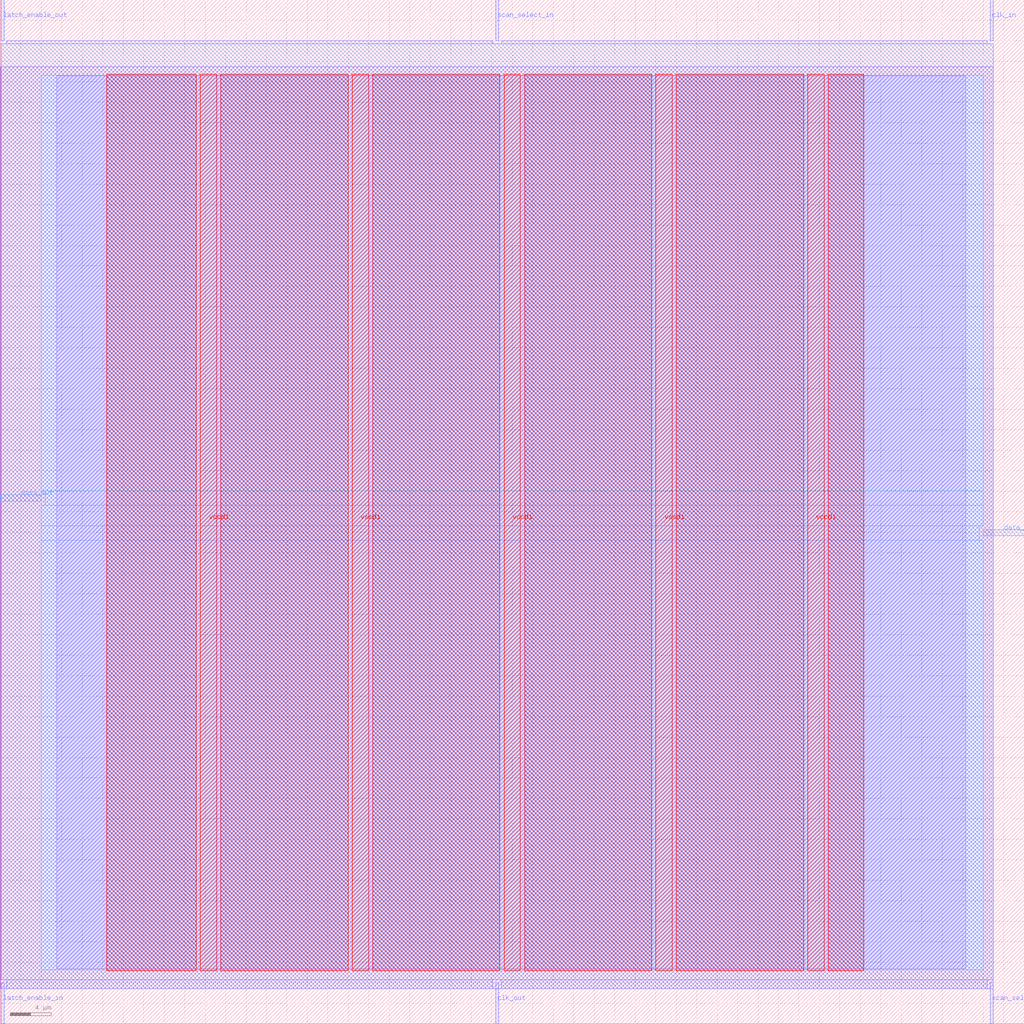
<source format=lef>
VERSION 5.7 ;
  NOWIREEXTENSIONATPIN ON ;
  DIVIDERCHAR "/" ;
  BUSBITCHARS "[]" ;
MACRO scan_wrapper_341263346544149074
  CLASS BLOCK ;
  FOREIGN scan_wrapper_341263346544149074 ;
  ORIGIN 0.000 0.000 ;
  SIZE 100.000 BY 100.000 ;
  PIN clk_in
    DIRECTION INPUT ;
    USE SIGNAL ;
    PORT
      LAYER met2 ;
        RECT 96.690 96.000 96.970 100.000 ;
    END
  END clk_in
  PIN clk_out
    DIRECTION OUTPUT TRISTATE ;
    USE SIGNAL ;
    PORT
      LAYER met2 ;
        RECT 48.390 0.000 48.670 4.000 ;
    END
  END clk_out
  PIN data_in
    DIRECTION INPUT ;
    USE SIGNAL ;
    PORT
      LAYER met3 ;
        RECT 96.000 47.640 100.000 48.240 ;
    END
  END data_in
  PIN data_out
    DIRECTION OUTPUT TRISTATE ;
    USE SIGNAL ;
    PORT
      LAYER met3 ;
        RECT 0.000 51.040 4.000 51.640 ;
    END
  END data_out
  PIN latch_enable_in
    DIRECTION INPUT ;
    USE SIGNAL ;
    PORT
      LAYER met2 ;
        RECT 0.090 0.000 0.370 4.000 ;
    END
  END latch_enable_in
  PIN latch_enable_out
    DIRECTION OUTPUT TRISTATE ;
    USE SIGNAL ;
    PORT
      LAYER met2 ;
        RECT 0.090 96.000 0.370 100.000 ;
    END
  END latch_enable_out
  PIN scan_select_in
    DIRECTION INPUT ;
    USE SIGNAL ;
    PORT
      LAYER met2 ;
        RECT 48.390 96.000 48.670 100.000 ;
    END
  END scan_select_in
  PIN scan_select_out
    DIRECTION OUTPUT TRISTATE ;
    USE SIGNAL ;
    PORT
      LAYER met2 ;
        RECT 96.690 0.000 96.970 4.000 ;
    END
  END scan_select_out
  PIN vccd1
    DIRECTION INPUT ;
    USE POWER ;
    PORT
      LAYER met4 ;
        RECT 19.550 5.200 21.150 92.720 ;
    END
    PORT
      LAYER met4 ;
        RECT 49.200 5.200 50.800 92.720 ;
    END
    PORT
      LAYER met4 ;
        RECT 78.855 5.200 80.455 92.720 ;
    END
  END vccd1
  PIN vssd1
    DIRECTION INPUT ;
    USE GROUND ;
    PORT
      LAYER met4 ;
        RECT 34.370 5.200 35.970 92.720 ;
    END
    PORT
      LAYER met4 ;
        RECT 64.025 5.200 65.625 92.720 ;
    END
  END vssd1
  OBS
      LAYER li1 ;
        RECT 5.520 5.355 94.300 92.565 ;
      LAYER met1 ;
        RECT 0.070 3.440 96.990 93.460 ;
      LAYER met2 ;
        RECT 0.650 95.720 48.110 96.000 ;
        RECT 48.950 95.720 96.410 96.000 ;
        RECT 0.100 4.280 96.960 95.720 ;
        RECT 0.650 3.410 48.110 4.280 ;
        RECT 48.950 3.410 96.410 4.280 ;
      LAYER met3 ;
        RECT 4.000 52.040 96.000 92.645 ;
        RECT 4.400 50.640 96.000 52.040 ;
        RECT 4.000 48.640 96.000 50.640 ;
        RECT 4.000 47.240 95.600 48.640 ;
        RECT 4.000 5.275 96.000 47.240 ;
      LAYER met4 ;
        RECT 10.415 5.200 19.150 92.720 ;
        RECT 21.550 5.200 33.970 92.720 ;
        RECT 36.370 5.200 48.800 92.720 ;
        RECT 51.200 5.200 63.625 92.720 ;
        RECT 66.025 5.200 78.455 92.720 ;
        RECT 80.855 5.200 84.345 92.720 ;
  END
END scan_wrapper_341263346544149074
END LIBRARY


</source>
